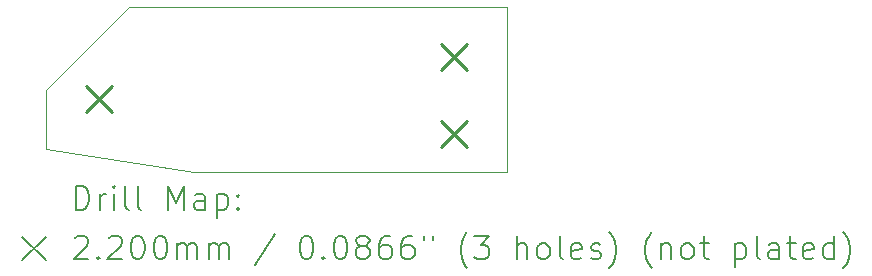
<source format=gbr>
%TF.GenerationSoftware,KiCad,Pcbnew,(6.0.7)*%
%TF.CreationDate,2022-08-20T21:53:43-04:00*%
%TF.ProjectId,THE_ENCODER,5448455f-454e-4434-9f44-45522e6b6963,rev?*%
%TF.SameCoordinates,Original*%
%TF.FileFunction,Drillmap*%
%TF.FilePolarity,Positive*%
%FSLAX45Y45*%
G04 Gerber Fmt 4.5, Leading zero omitted, Abs format (unit mm)*
G04 Created by KiCad (PCBNEW (6.0.7)) date 2022-08-20 21:53:43*
%MOMM*%
%LPD*%
G01*
G04 APERTURE LIST*
%ADD10C,0.100000*%
%ADD11C,0.200000*%
%ADD12C,0.220000*%
G04 APERTURE END LIST*
D10*
X11500000Y-8100000D02*
X12200000Y-7400000D01*
X15400000Y-7400000D02*
X15400000Y-8800000D01*
X12750000Y-8800000D02*
X15400000Y-8800000D01*
X15400000Y-7400000D02*
X12200000Y-7400000D01*
X11500000Y-8600000D02*
X12750000Y-8800000D01*
X11500000Y-8100000D02*
X11500000Y-8600000D01*
D11*
D12*
X11840000Y-8065000D02*
X12060000Y-8285000D01*
X12060000Y-8065000D02*
X11840000Y-8285000D01*
X14840000Y-7715000D02*
X15060000Y-7935000D01*
X15060000Y-7715000D02*
X14840000Y-7935000D01*
X14840000Y-8365000D02*
X15060000Y-8585000D01*
X15060000Y-8365000D02*
X14840000Y-8585000D01*
D11*
X11752619Y-9115476D02*
X11752619Y-8915476D01*
X11800238Y-8915476D01*
X11828809Y-8925000D01*
X11847857Y-8944048D01*
X11857381Y-8963095D01*
X11866905Y-9001190D01*
X11866905Y-9029762D01*
X11857381Y-9067857D01*
X11847857Y-9086905D01*
X11828809Y-9105952D01*
X11800238Y-9115476D01*
X11752619Y-9115476D01*
X11952619Y-9115476D02*
X11952619Y-8982143D01*
X11952619Y-9020238D02*
X11962143Y-9001190D01*
X11971667Y-8991667D01*
X11990714Y-8982143D01*
X12009762Y-8982143D01*
X12076428Y-9115476D02*
X12076428Y-8982143D01*
X12076428Y-8915476D02*
X12066905Y-8925000D01*
X12076428Y-8934524D01*
X12085952Y-8925000D01*
X12076428Y-8915476D01*
X12076428Y-8934524D01*
X12200238Y-9115476D02*
X12181190Y-9105952D01*
X12171667Y-9086905D01*
X12171667Y-8915476D01*
X12305000Y-9115476D02*
X12285952Y-9105952D01*
X12276428Y-9086905D01*
X12276428Y-8915476D01*
X12533571Y-9115476D02*
X12533571Y-8915476D01*
X12600238Y-9058333D01*
X12666905Y-8915476D01*
X12666905Y-9115476D01*
X12847857Y-9115476D02*
X12847857Y-9010714D01*
X12838333Y-8991667D01*
X12819286Y-8982143D01*
X12781190Y-8982143D01*
X12762143Y-8991667D01*
X12847857Y-9105952D02*
X12828809Y-9115476D01*
X12781190Y-9115476D01*
X12762143Y-9105952D01*
X12752619Y-9086905D01*
X12752619Y-9067857D01*
X12762143Y-9048810D01*
X12781190Y-9039286D01*
X12828809Y-9039286D01*
X12847857Y-9029762D01*
X12943095Y-8982143D02*
X12943095Y-9182143D01*
X12943095Y-8991667D02*
X12962143Y-8982143D01*
X13000238Y-8982143D01*
X13019286Y-8991667D01*
X13028809Y-9001190D01*
X13038333Y-9020238D01*
X13038333Y-9077381D01*
X13028809Y-9096429D01*
X13019286Y-9105952D01*
X13000238Y-9115476D01*
X12962143Y-9115476D01*
X12943095Y-9105952D01*
X13124048Y-9096429D02*
X13133571Y-9105952D01*
X13124048Y-9115476D01*
X13114524Y-9105952D01*
X13124048Y-9096429D01*
X13124048Y-9115476D01*
X13124048Y-8991667D02*
X13133571Y-9001190D01*
X13124048Y-9010714D01*
X13114524Y-9001190D01*
X13124048Y-8991667D01*
X13124048Y-9010714D01*
X11295000Y-9345000D02*
X11495000Y-9545000D01*
X11495000Y-9345000D02*
X11295000Y-9545000D01*
X11743095Y-9354524D02*
X11752619Y-9345000D01*
X11771667Y-9335476D01*
X11819286Y-9335476D01*
X11838333Y-9345000D01*
X11847857Y-9354524D01*
X11857381Y-9373571D01*
X11857381Y-9392619D01*
X11847857Y-9421190D01*
X11733571Y-9535476D01*
X11857381Y-9535476D01*
X11943095Y-9516429D02*
X11952619Y-9525952D01*
X11943095Y-9535476D01*
X11933571Y-9525952D01*
X11943095Y-9516429D01*
X11943095Y-9535476D01*
X12028809Y-9354524D02*
X12038333Y-9345000D01*
X12057381Y-9335476D01*
X12105000Y-9335476D01*
X12124048Y-9345000D01*
X12133571Y-9354524D01*
X12143095Y-9373571D01*
X12143095Y-9392619D01*
X12133571Y-9421190D01*
X12019286Y-9535476D01*
X12143095Y-9535476D01*
X12266905Y-9335476D02*
X12285952Y-9335476D01*
X12305000Y-9345000D01*
X12314524Y-9354524D01*
X12324048Y-9373571D01*
X12333571Y-9411667D01*
X12333571Y-9459286D01*
X12324048Y-9497381D01*
X12314524Y-9516429D01*
X12305000Y-9525952D01*
X12285952Y-9535476D01*
X12266905Y-9535476D01*
X12247857Y-9525952D01*
X12238333Y-9516429D01*
X12228809Y-9497381D01*
X12219286Y-9459286D01*
X12219286Y-9411667D01*
X12228809Y-9373571D01*
X12238333Y-9354524D01*
X12247857Y-9345000D01*
X12266905Y-9335476D01*
X12457381Y-9335476D02*
X12476428Y-9335476D01*
X12495476Y-9345000D01*
X12505000Y-9354524D01*
X12514524Y-9373571D01*
X12524048Y-9411667D01*
X12524048Y-9459286D01*
X12514524Y-9497381D01*
X12505000Y-9516429D01*
X12495476Y-9525952D01*
X12476428Y-9535476D01*
X12457381Y-9535476D01*
X12438333Y-9525952D01*
X12428809Y-9516429D01*
X12419286Y-9497381D01*
X12409762Y-9459286D01*
X12409762Y-9411667D01*
X12419286Y-9373571D01*
X12428809Y-9354524D01*
X12438333Y-9345000D01*
X12457381Y-9335476D01*
X12609762Y-9535476D02*
X12609762Y-9402143D01*
X12609762Y-9421190D02*
X12619286Y-9411667D01*
X12638333Y-9402143D01*
X12666905Y-9402143D01*
X12685952Y-9411667D01*
X12695476Y-9430714D01*
X12695476Y-9535476D01*
X12695476Y-9430714D02*
X12705000Y-9411667D01*
X12724048Y-9402143D01*
X12752619Y-9402143D01*
X12771667Y-9411667D01*
X12781190Y-9430714D01*
X12781190Y-9535476D01*
X12876428Y-9535476D02*
X12876428Y-9402143D01*
X12876428Y-9421190D02*
X12885952Y-9411667D01*
X12905000Y-9402143D01*
X12933571Y-9402143D01*
X12952619Y-9411667D01*
X12962143Y-9430714D01*
X12962143Y-9535476D01*
X12962143Y-9430714D02*
X12971667Y-9411667D01*
X12990714Y-9402143D01*
X13019286Y-9402143D01*
X13038333Y-9411667D01*
X13047857Y-9430714D01*
X13047857Y-9535476D01*
X13438333Y-9325952D02*
X13266905Y-9583095D01*
X13695476Y-9335476D02*
X13714524Y-9335476D01*
X13733571Y-9345000D01*
X13743095Y-9354524D01*
X13752619Y-9373571D01*
X13762143Y-9411667D01*
X13762143Y-9459286D01*
X13752619Y-9497381D01*
X13743095Y-9516429D01*
X13733571Y-9525952D01*
X13714524Y-9535476D01*
X13695476Y-9535476D01*
X13676428Y-9525952D01*
X13666905Y-9516429D01*
X13657381Y-9497381D01*
X13647857Y-9459286D01*
X13647857Y-9411667D01*
X13657381Y-9373571D01*
X13666905Y-9354524D01*
X13676428Y-9345000D01*
X13695476Y-9335476D01*
X13847857Y-9516429D02*
X13857381Y-9525952D01*
X13847857Y-9535476D01*
X13838333Y-9525952D01*
X13847857Y-9516429D01*
X13847857Y-9535476D01*
X13981190Y-9335476D02*
X14000238Y-9335476D01*
X14019286Y-9345000D01*
X14028809Y-9354524D01*
X14038333Y-9373571D01*
X14047857Y-9411667D01*
X14047857Y-9459286D01*
X14038333Y-9497381D01*
X14028809Y-9516429D01*
X14019286Y-9525952D01*
X14000238Y-9535476D01*
X13981190Y-9535476D01*
X13962143Y-9525952D01*
X13952619Y-9516429D01*
X13943095Y-9497381D01*
X13933571Y-9459286D01*
X13933571Y-9411667D01*
X13943095Y-9373571D01*
X13952619Y-9354524D01*
X13962143Y-9345000D01*
X13981190Y-9335476D01*
X14162143Y-9421190D02*
X14143095Y-9411667D01*
X14133571Y-9402143D01*
X14124048Y-9383095D01*
X14124048Y-9373571D01*
X14133571Y-9354524D01*
X14143095Y-9345000D01*
X14162143Y-9335476D01*
X14200238Y-9335476D01*
X14219286Y-9345000D01*
X14228809Y-9354524D01*
X14238333Y-9373571D01*
X14238333Y-9383095D01*
X14228809Y-9402143D01*
X14219286Y-9411667D01*
X14200238Y-9421190D01*
X14162143Y-9421190D01*
X14143095Y-9430714D01*
X14133571Y-9440238D01*
X14124048Y-9459286D01*
X14124048Y-9497381D01*
X14133571Y-9516429D01*
X14143095Y-9525952D01*
X14162143Y-9535476D01*
X14200238Y-9535476D01*
X14219286Y-9525952D01*
X14228809Y-9516429D01*
X14238333Y-9497381D01*
X14238333Y-9459286D01*
X14228809Y-9440238D01*
X14219286Y-9430714D01*
X14200238Y-9421190D01*
X14409762Y-9335476D02*
X14371667Y-9335476D01*
X14352619Y-9345000D01*
X14343095Y-9354524D01*
X14324048Y-9383095D01*
X14314524Y-9421190D01*
X14314524Y-9497381D01*
X14324048Y-9516429D01*
X14333571Y-9525952D01*
X14352619Y-9535476D01*
X14390714Y-9535476D01*
X14409762Y-9525952D01*
X14419286Y-9516429D01*
X14428809Y-9497381D01*
X14428809Y-9449762D01*
X14419286Y-9430714D01*
X14409762Y-9421190D01*
X14390714Y-9411667D01*
X14352619Y-9411667D01*
X14333571Y-9421190D01*
X14324048Y-9430714D01*
X14314524Y-9449762D01*
X14600238Y-9335476D02*
X14562143Y-9335476D01*
X14543095Y-9345000D01*
X14533571Y-9354524D01*
X14514524Y-9383095D01*
X14505000Y-9421190D01*
X14505000Y-9497381D01*
X14514524Y-9516429D01*
X14524048Y-9525952D01*
X14543095Y-9535476D01*
X14581190Y-9535476D01*
X14600238Y-9525952D01*
X14609762Y-9516429D01*
X14619286Y-9497381D01*
X14619286Y-9449762D01*
X14609762Y-9430714D01*
X14600238Y-9421190D01*
X14581190Y-9411667D01*
X14543095Y-9411667D01*
X14524048Y-9421190D01*
X14514524Y-9430714D01*
X14505000Y-9449762D01*
X14695476Y-9335476D02*
X14695476Y-9373571D01*
X14771667Y-9335476D02*
X14771667Y-9373571D01*
X15066905Y-9611667D02*
X15057381Y-9602143D01*
X15038333Y-9573571D01*
X15028809Y-9554524D01*
X15019286Y-9525952D01*
X15009762Y-9478333D01*
X15009762Y-9440238D01*
X15019286Y-9392619D01*
X15028809Y-9364048D01*
X15038333Y-9345000D01*
X15057381Y-9316429D01*
X15066905Y-9306905D01*
X15124048Y-9335476D02*
X15247857Y-9335476D01*
X15181190Y-9411667D01*
X15209762Y-9411667D01*
X15228809Y-9421190D01*
X15238333Y-9430714D01*
X15247857Y-9449762D01*
X15247857Y-9497381D01*
X15238333Y-9516429D01*
X15228809Y-9525952D01*
X15209762Y-9535476D01*
X15152619Y-9535476D01*
X15133571Y-9525952D01*
X15124048Y-9516429D01*
X15485952Y-9535476D02*
X15485952Y-9335476D01*
X15571667Y-9535476D02*
X15571667Y-9430714D01*
X15562143Y-9411667D01*
X15543095Y-9402143D01*
X15514524Y-9402143D01*
X15495476Y-9411667D01*
X15485952Y-9421190D01*
X15695476Y-9535476D02*
X15676428Y-9525952D01*
X15666905Y-9516429D01*
X15657381Y-9497381D01*
X15657381Y-9440238D01*
X15666905Y-9421190D01*
X15676428Y-9411667D01*
X15695476Y-9402143D01*
X15724048Y-9402143D01*
X15743095Y-9411667D01*
X15752619Y-9421190D01*
X15762143Y-9440238D01*
X15762143Y-9497381D01*
X15752619Y-9516429D01*
X15743095Y-9525952D01*
X15724048Y-9535476D01*
X15695476Y-9535476D01*
X15876428Y-9535476D02*
X15857381Y-9525952D01*
X15847857Y-9506905D01*
X15847857Y-9335476D01*
X16028809Y-9525952D02*
X16009762Y-9535476D01*
X15971667Y-9535476D01*
X15952619Y-9525952D01*
X15943095Y-9506905D01*
X15943095Y-9430714D01*
X15952619Y-9411667D01*
X15971667Y-9402143D01*
X16009762Y-9402143D01*
X16028809Y-9411667D01*
X16038333Y-9430714D01*
X16038333Y-9449762D01*
X15943095Y-9468810D01*
X16114524Y-9525952D02*
X16133571Y-9535476D01*
X16171667Y-9535476D01*
X16190714Y-9525952D01*
X16200238Y-9506905D01*
X16200238Y-9497381D01*
X16190714Y-9478333D01*
X16171667Y-9468810D01*
X16143095Y-9468810D01*
X16124048Y-9459286D01*
X16114524Y-9440238D01*
X16114524Y-9430714D01*
X16124048Y-9411667D01*
X16143095Y-9402143D01*
X16171667Y-9402143D01*
X16190714Y-9411667D01*
X16266905Y-9611667D02*
X16276428Y-9602143D01*
X16295476Y-9573571D01*
X16305000Y-9554524D01*
X16314524Y-9525952D01*
X16324048Y-9478333D01*
X16324048Y-9440238D01*
X16314524Y-9392619D01*
X16305000Y-9364048D01*
X16295476Y-9345000D01*
X16276428Y-9316429D01*
X16266905Y-9306905D01*
X16628809Y-9611667D02*
X16619286Y-9602143D01*
X16600238Y-9573571D01*
X16590714Y-9554524D01*
X16581190Y-9525952D01*
X16571667Y-9478333D01*
X16571667Y-9440238D01*
X16581190Y-9392619D01*
X16590714Y-9364048D01*
X16600238Y-9345000D01*
X16619286Y-9316429D01*
X16628809Y-9306905D01*
X16705000Y-9402143D02*
X16705000Y-9535476D01*
X16705000Y-9421190D02*
X16714524Y-9411667D01*
X16733571Y-9402143D01*
X16762143Y-9402143D01*
X16781190Y-9411667D01*
X16790714Y-9430714D01*
X16790714Y-9535476D01*
X16914524Y-9535476D02*
X16895476Y-9525952D01*
X16885952Y-9516429D01*
X16876429Y-9497381D01*
X16876429Y-9440238D01*
X16885952Y-9421190D01*
X16895476Y-9411667D01*
X16914524Y-9402143D01*
X16943095Y-9402143D01*
X16962143Y-9411667D01*
X16971667Y-9421190D01*
X16981190Y-9440238D01*
X16981190Y-9497381D01*
X16971667Y-9516429D01*
X16962143Y-9525952D01*
X16943095Y-9535476D01*
X16914524Y-9535476D01*
X17038333Y-9402143D02*
X17114524Y-9402143D01*
X17066905Y-9335476D02*
X17066905Y-9506905D01*
X17076429Y-9525952D01*
X17095476Y-9535476D01*
X17114524Y-9535476D01*
X17333571Y-9402143D02*
X17333571Y-9602143D01*
X17333571Y-9411667D02*
X17352619Y-9402143D01*
X17390714Y-9402143D01*
X17409762Y-9411667D01*
X17419286Y-9421190D01*
X17428810Y-9440238D01*
X17428810Y-9497381D01*
X17419286Y-9516429D01*
X17409762Y-9525952D01*
X17390714Y-9535476D01*
X17352619Y-9535476D01*
X17333571Y-9525952D01*
X17543095Y-9535476D02*
X17524048Y-9525952D01*
X17514524Y-9506905D01*
X17514524Y-9335476D01*
X17705000Y-9535476D02*
X17705000Y-9430714D01*
X17695476Y-9411667D01*
X17676429Y-9402143D01*
X17638333Y-9402143D01*
X17619286Y-9411667D01*
X17705000Y-9525952D02*
X17685952Y-9535476D01*
X17638333Y-9535476D01*
X17619286Y-9525952D01*
X17609762Y-9506905D01*
X17609762Y-9487857D01*
X17619286Y-9468810D01*
X17638333Y-9459286D01*
X17685952Y-9459286D01*
X17705000Y-9449762D01*
X17771667Y-9402143D02*
X17847857Y-9402143D01*
X17800238Y-9335476D02*
X17800238Y-9506905D01*
X17809762Y-9525952D01*
X17828810Y-9535476D01*
X17847857Y-9535476D01*
X17990714Y-9525952D02*
X17971667Y-9535476D01*
X17933571Y-9535476D01*
X17914524Y-9525952D01*
X17905000Y-9506905D01*
X17905000Y-9430714D01*
X17914524Y-9411667D01*
X17933571Y-9402143D01*
X17971667Y-9402143D01*
X17990714Y-9411667D01*
X18000238Y-9430714D01*
X18000238Y-9449762D01*
X17905000Y-9468810D01*
X18171667Y-9535476D02*
X18171667Y-9335476D01*
X18171667Y-9525952D02*
X18152619Y-9535476D01*
X18114524Y-9535476D01*
X18095476Y-9525952D01*
X18085952Y-9516429D01*
X18076429Y-9497381D01*
X18076429Y-9440238D01*
X18085952Y-9421190D01*
X18095476Y-9411667D01*
X18114524Y-9402143D01*
X18152619Y-9402143D01*
X18171667Y-9411667D01*
X18247857Y-9611667D02*
X18257381Y-9602143D01*
X18276429Y-9573571D01*
X18285952Y-9554524D01*
X18295476Y-9525952D01*
X18305000Y-9478333D01*
X18305000Y-9440238D01*
X18295476Y-9392619D01*
X18285952Y-9364048D01*
X18276429Y-9345000D01*
X18257381Y-9316429D01*
X18247857Y-9306905D01*
M02*

</source>
